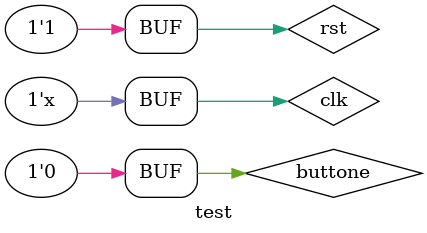
<source format=v>
`timescale 1ns / 1ps


module test();
wire LED;
reg buttone;
reg clk;
reg rst;

timer U0(LED,buttone, clk,rst);

initial 
begin 
    rst=0;
    clk=1;
    buttone=0;
    #100 buttone=1;
    #100 buttone=0;
     #100 buttone=1;
    #100 buttone=0;
    #100 buttone=1;
    #100 buttone=0;
    #100 rst=1;
     #100 buttone=1;
    #100 buttone=0;
    
end

always
begin
 #10 clk = ~clk;
end

endmodule

</source>
